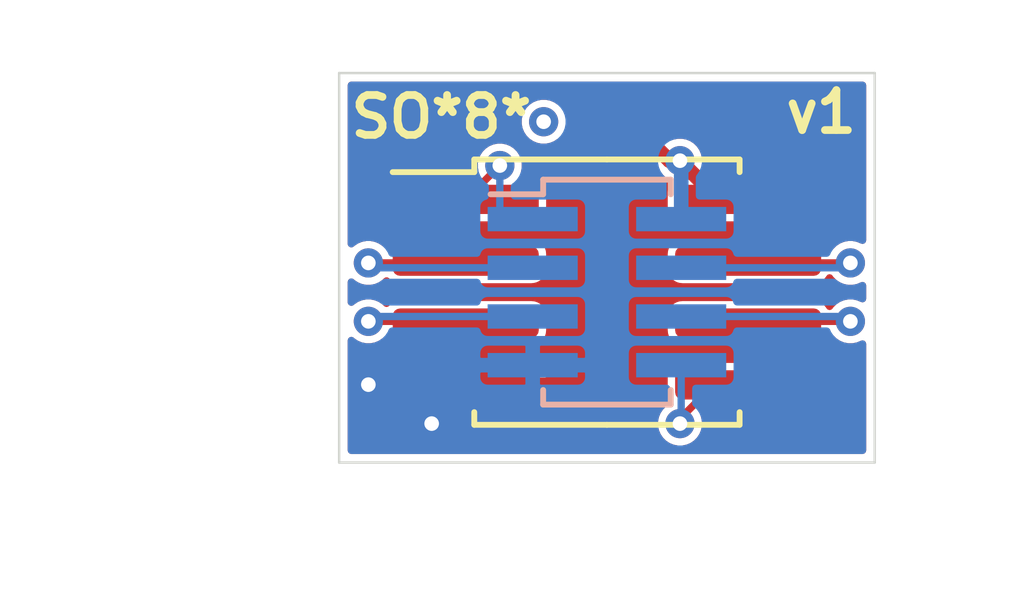
<source format=kicad_pcb>
(kicad_pcb (version 20171130) (host pcbnew 5.1.4)

  (general
    (thickness 1.6)
    (drawings 8)
    (tracks 43)
    (zones 0)
    (modules 3)
    (nets 9)
  )

  (page A4)
  (layers
    (0 F.Cu signal)
    (31 B.Cu signal)
    (32 B.Adhes user)
    (33 F.Adhes user)
    (34 B.Paste user)
    (35 F.Paste user)
    (36 B.SilkS user)
    (37 F.SilkS user)
    (38 B.Mask user)
    (39 F.Mask user)
    (40 Dwgs.User user)
    (41 Cmts.User user)
    (42 Eco1.User user)
    (43 Eco2.User user)
    (44 Edge.Cuts user)
    (45 Margin user)
    (46 B.CrtYd user)
    (47 F.CrtYd user)
    (48 B.Fab user)
    (49 F.Fab user)
  )

  (setup
    (last_trace_width 0.3)
    (user_trace_width 0.3)
    (trace_clearance 0.15)
    (zone_clearance 0.15)
    (zone_45_only no)
    (trace_min 0.15)
    (via_size 0.6)
    (via_drill 0.3)
    (via_min_size 0.6)
    (via_min_drill 0.3)
    (uvia_size 0.3)
    (uvia_drill 0.1)
    (uvias_allowed no)
    (uvia_min_size 0.2)
    (uvia_min_drill 0.1)
    (edge_width 0.05)
    (segment_width 0.2)
    (pcb_text_width 0.3)
    (pcb_text_size 1.5 1.5)
    (mod_edge_width 0.12)
    (mod_text_size 1 1)
    (mod_text_width 0.15)
    (pad_size 1.524 1.524)
    (pad_drill 0.762)
    (pad_to_mask_clearance 0.05)
    (aux_axis_origin 0 0)
    (visible_elements FFFFFF1F)
    (pcbplotparams
      (layerselection 0x010fc_ffffffff)
      (usegerberextensions false)
      (usegerberattributes false)
      (usegerberadvancedattributes false)
      (creategerberjobfile false)
      (excludeedgelayer true)
      (linewidth 0.100000)
      (plotframeref false)
      (viasonmask false)
      (mode 1)
      (useauxorigin false)
      (hpglpennumber 1)
      (hpglpenspeed 20)
      (hpglpendiameter 15.000000)
      (psnegative false)
      (psa4output false)
      (plotreference true)
      (plotvalue true)
      (plotinvisibletext false)
      (padsonsilk false)
      (subtractmaskfromsilk false)
      (outputformat 1)
      (mirror false)
      (drillshape 1)
      (scaleselection 1)
      (outputdirectory ""))
  )

  (net 0 "")
  (net 1 GND)
  (net 2 VCC)
  (net 3 /MOSI)
  (net 4 /SCK)
  (net 5 /~WP)
  (net 6 /~HOLD)
  (net 7 /MISO)
  (net 8 /~CS)

  (net_class Default "This is the default net class."
    (clearance 0.15)
    (trace_width 0.15)
    (via_dia 0.6)
    (via_drill 0.3)
    (uvia_dia 0.3)
    (uvia_drill 0.1)
    (add_net /MISO)
    (add_net /MOSI)
    (add_net /SCK)
    (add_net /~CS)
    (add_net /~HOLD)
    (add_net /~WP)
    (add_net GND)
    (add_net VCC)
  )

  (module Package_SO:SOIC-8_5.23x5.23mm_P1.27mm (layer F.Cu) (tedit 5D87EC17) (tstamp 5D87EC64)
    (at 153 99)
    (descr "SOIC, 8 Pin (http://www.winbond.com/resource-files/w25q32jv%20revg%2003272018%20plus.pdf#page=68), generated with kicad-footprint-generator ipc_gullwing_generator.py")
    (tags "SOIC SO")
    (path /5D87E4E9)
    (attr smd)
    (fp_text reference U1 (at 0 -3.56) (layer F.SilkS) hide
      (effects (font (size 1 1) (thickness 0.15)))
    )
    (fp_text value W25Q32JVSS (at 0 3.56) (layer F.Fab)
      (effects (font (size 1 1) (thickness 0.15)))
    )
    (fp_text user %R (at 0 0) (layer F.Fab)
      (effects (font (size 1 1) (thickness 0.15)))
    )
    (fp_line (start 4.65 -2.86) (end -4.65 -2.86) (layer F.CrtYd) (width 0.05))
    (fp_line (start 4.65 2.86) (end 4.65 -2.86) (layer F.CrtYd) (width 0.05))
    (fp_line (start -4.65 2.86) (end 4.65 2.86) (layer F.CrtYd) (width 0.05))
    (fp_line (start -4.65 -2.86) (end -4.65 2.86) (layer F.CrtYd) (width 0.05))
    (fp_line (start -2.615 -1.615) (end -1.615 -2.615) (layer F.Fab) (width 0.1))
    (fp_line (start -2.615 2.615) (end -2.615 -1.615) (layer F.Fab) (width 0.1))
    (fp_line (start 2.615 2.615) (end -2.615 2.615) (layer F.Fab) (width 0.1))
    (fp_line (start 2.615 -2.615) (end 2.615 2.615) (layer F.Fab) (width 0.1))
    (fp_line (start -1.615 -2.615) (end 2.615 -2.615) (layer F.Fab) (width 0.1))
    (fp_line (start -2.725 -2.465) (end -4.4 -2.465) (layer F.SilkS) (width 0.12))
    (fp_line (start -2.725 -2.725) (end -2.725 -2.465) (layer F.SilkS) (width 0.12))
    (fp_line (start 0 -2.725) (end -2.725 -2.725) (layer F.SilkS) (width 0.12))
    (fp_line (start 2.725 -2.725) (end 2.725 -2.465) (layer F.SilkS) (width 0.12))
    (fp_line (start 0 -2.725) (end 2.725 -2.725) (layer F.SilkS) (width 0.12))
    (fp_line (start -2.725 2.725) (end -2.725 2.465) (layer F.SilkS) (width 0.12))
    (fp_line (start 0 2.725) (end -2.725 2.725) (layer F.SilkS) (width 0.12))
    (fp_line (start 2.725 2.725) (end 2.725 2.465) (layer F.SilkS) (width 0.12))
    (fp_line (start 0 2.725) (end 2.725 2.725) (layer F.SilkS) (width 0.12))
    (pad 8 smd roundrect (at 2.9 -1.905) (size 3 0.6) (layers F.Cu F.Paste F.Mask) (roundrect_rratio 0.25)
      (net 2 VCC))
    (pad 7 smd roundrect (at 2.9 -0.635) (size 3 0.6) (layers F.Cu F.Paste F.Mask) (roundrect_rratio 0.25)
      (net 6 /~HOLD))
    (pad 6 smd roundrect (at 2.9 0.635) (size 3 0.6) (layers F.Cu F.Paste F.Mask) (roundrect_rratio 0.25)
      (net 4 /SCK))
    (pad 5 smd roundrect (at 2.9 1.905) (size 3 0.6) (layers F.Cu F.Paste F.Mask) (roundrect_rratio 0.25)
      (net 3 /MOSI))
    (pad 4 smd roundrect (at -2.9 1.905) (size 3 0.6) (layers F.Cu F.Paste F.Mask) (roundrect_rratio 0.25)
      (net 1 GND))
    (pad 3 smd roundrect (at -2.9 0.635) (size 3 0.6) (layers F.Cu F.Paste F.Mask) (roundrect_rratio 0.25)
      (net 5 /~WP))
    (pad 2 smd roundrect (at -2.9 -0.635) (size 3 0.6) (layers F.Cu F.Paste F.Mask) (roundrect_rratio 0.25)
      (net 7 /MISO))
    (pad 1 smd roundrect (at -2.9 -1.905) (size 3 0.6) (layers F.Cu F.Paste F.Mask) (roundrect_rratio 0.25)
      (net 8 /~CS))
    (model ${KISYS3DMOD}/Package_SO.3dshapes/SOIC-8_5.23x5.23mm_P1.27mm.wrl
      (at (xyz 0 0 0))
      (scale (xyz 1 1 1))
      (rotate (xyz 0 0 0))
    )
  )

  (module Connector_PinSocket_1.00mm:PinSocket_2x04_P1.00mm_Vertical_SMD (layer B.Cu) (tedit 5A19A41C) (tstamp 5D87EC45)
    (at 153 99 180)
    (descr "surface-mounted straight socket strip, 2x04, 1.00mm pitch, double cols (https://gct.co/files/drawings/bc085.pdf), script generated")
    (tags "Surface mounted socket strip SMD 2x04 1.00mm double row")
    (path /5D880D9D)
    (attr smd)
    (fp_text reference J1 (at 0 3.75) (layer B.SilkS) hide
      (effects (font (size 1 1) (thickness 0.15)) (justify mirror))
    )
    (fp_text value Conn_02x04_Odd_Even (at 0 -3.75) (layer B.Fab)
      (effects (font (size 1 1) (thickness 0.15)) (justify mirror))
    )
    (fp_text user %R (at 0 0 270) (layer B.Fab)
      (effects (font (size 1 1) (thickness 0.15)) (justify mirror))
    )
    (fp_line (start -2.95 -2.75) (end -2.95 2.75) (layer B.CrtYd) (width 0.05))
    (fp_line (start 2.95 -2.75) (end -2.95 -2.75) (layer B.CrtYd) (width 0.05))
    (fp_line (start 2.95 2.75) (end 2.95 -2.75) (layer B.CrtYd) (width 0.05))
    (fp_line (start -2.95 2.75) (end 2.95 2.75) (layer B.CrtYd) (width 0.05))
    (fp_line (start 1.95 -1.65) (end 1.25 -1.65) (layer B.Fab) (width 0.1))
    (fp_line (start 1.95 -1.35) (end 1.95 -1.65) (layer B.Fab) (width 0.1))
    (fp_line (start 1.25 -1.35) (end 1.95 -1.35) (layer B.Fab) (width 0.1))
    (fp_line (start -1.95 -1.65) (end -1.95 -1.35) (layer B.Fab) (width 0.1))
    (fp_line (start -1.25 -1.65) (end -1.95 -1.65) (layer B.Fab) (width 0.1))
    (fp_line (start -1.95 -1.35) (end -1.25 -1.35) (layer B.Fab) (width 0.1))
    (fp_line (start 1.95 -0.65) (end 1.25 -0.65) (layer B.Fab) (width 0.1))
    (fp_line (start 1.95 -0.35) (end 1.95 -0.65) (layer B.Fab) (width 0.1))
    (fp_line (start 1.25 -0.35) (end 1.95 -0.35) (layer B.Fab) (width 0.1))
    (fp_line (start -1.95 -0.65) (end -1.95 -0.35) (layer B.Fab) (width 0.1))
    (fp_line (start -1.25 -0.65) (end -1.95 -0.65) (layer B.Fab) (width 0.1))
    (fp_line (start -1.95 -0.35) (end -1.25 -0.35) (layer B.Fab) (width 0.1))
    (fp_line (start 1.95 0.35) (end 1.25 0.35) (layer B.Fab) (width 0.1))
    (fp_line (start 1.95 0.65) (end 1.95 0.35) (layer B.Fab) (width 0.1))
    (fp_line (start 1.25 0.65) (end 1.95 0.65) (layer B.Fab) (width 0.1))
    (fp_line (start -1.95 0.35) (end -1.95 0.65) (layer B.Fab) (width 0.1))
    (fp_line (start -1.25 0.35) (end -1.95 0.35) (layer B.Fab) (width 0.1))
    (fp_line (start -1.95 0.65) (end -1.25 0.65) (layer B.Fab) (width 0.1))
    (fp_line (start 1.95 1.35) (end 1.25 1.35) (layer B.Fab) (width 0.1))
    (fp_line (start 1.95 1.65) (end 1.95 1.35) (layer B.Fab) (width 0.1))
    (fp_line (start 1.25 1.65) (end 1.95 1.65) (layer B.Fab) (width 0.1))
    (fp_line (start -1.95 1.35) (end -1.95 1.65) (layer B.Fab) (width 0.1))
    (fp_line (start -1.25 1.35) (end -1.95 1.35) (layer B.Fab) (width 0.1))
    (fp_line (start -1.95 1.65) (end -1.25 1.65) (layer B.Fab) (width 0.1))
    (fp_line (start -1.25 -2.25) (end -1.25 2.25) (layer B.Fab) (width 0.1))
    (fp_line (start 1.25 -2.25) (end -1.25 -2.25) (layer B.Fab) (width 0.1))
    (fp_line (start 1.25 1.625) (end 1.25 -2.25) (layer B.Fab) (width 0.1))
    (fp_line (start 0.625 2.25) (end 1.25 1.625) (layer B.Fab) (width 0.1))
    (fp_line (start -1.25 2.25) (end 0.625 2.25) (layer B.Fab) (width 0.1))
    (fp_line (start 1.31 2.01) (end 2.39 2.01) (layer B.SilkS) (width 0.12))
    (fp_line (start -1.31 -2.01) (end -1.31 -2.31) (layer B.SilkS) (width 0.12))
    (fp_line (start -1.31 2.31) (end -1.31 2.01) (layer B.SilkS) (width 0.12))
    (fp_line (start -1.31 -2.31) (end 1.31 -2.31) (layer B.SilkS) (width 0.12))
    (fp_line (start 1.31 -2.01) (end 1.31 -2.31) (layer B.SilkS) (width 0.12))
    (fp_line (start 1.31 2.31) (end 1.31 2.01) (layer B.SilkS) (width 0.12))
    (fp_line (start -1.31 2.31) (end 1.31 2.31) (layer B.SilkS) (width 0.12))
    (pad 8 smd rect (at -1.525 -1.5 180) (size 1.85 0.5) (layers B.Cu B.Paste B.Mask)
      (net 3 /MOSI))
    (pad 7 smd rect (at 1.525 -1.5 180) (size 1.85 0.5) (layers B.Cu B.Paste B.Mask)
      (net 1 GND))
    (pad 6 smd rect (at -1.525 -0.5 180) (size 1.85 0.5) (layers B.Cu B.Paste B.Mask)
      (net 4 /SCK))
    (pad 5 smd rect (at 1.525 -0.5 180) (size 1.85 0.5) (layers B.Cu B.Paste B.Mask)
      (net 5 /~WP))
    (pad 4 smd rect (at -1.525 0.5 180) (size 1.85 0.5) (layers B.Cu B.Paste B.Mask)
      (net 6 /~HOLD))
    (pad 3 smd rect (at 1.525 0.5 180) (size 1.85 0.5) (layers B.Cu B.Paste B.Mask)
      (net 7 /MISO))
    (pad 2 smd rect (at -1.525 1.5 180) (size 1.85 0.5) (layers B.Cu B.Paste B.Mask)
      (net 2 VCC))
    (pad 1 smd rect (at 1.525 1.5 180) (size 1.85 0.5) (layers B.Cu B.Paste B.Mask)
      (net 8 /~CS))
    (model ${KISYS3DMOD}/Connector_PinSocket_1.00mm.3dshapes/PinSocket_2x04_P1.00mm_Vertical_SMD.wrl
      (at (xyz 0 0 0))
      (scale (xyz 1 1 1))
      (rotate (xyz 0 0 0))
    )
  )

  (module Capacitor_SMD:C_0402_1005Metric (layer F.Cu) (tedit 5B301BBE) (tstamp 5D87EC10)
    (at 153 95.5 180)
    (descr "Capacitor SMD 0402 (1005 Metric), square (rectangular) end terminal, IPC_7351 nominal, (Body size source: http://www.tortai-tech.com/upload/download/2011102023233369053.pdf), generated with kicad-footprint-generator")
    (tags capacitor)
    (path /5D87F5F6)
    (attr smd)
    (fp_text reference C1 (at 0 -1.17) (layer F.SilkS) hide
      (effects (font (size 1 1) (thickness 0.15)))
    )
    (fp_text value 100n (at 0 1.17) (layer F.Fab)
      (effects (font (size 1 1) (thickness 0.15)))
    )
    (fp_text user %R (at 0 0) (layer F.Fab)
      (effects (font (size 0.25 0.25) (thickness 0.04)))
    )
    (fp_line (start 0.93 0.47) (end -0.93 0.47) (layer F.CrtYd) (width 0.05))
    (fp_line (start 0.93 -0.47) (end 0.93 0.47) (layer F.CrtYd) (width 0.05))
    (fp_line (start -0.93 -0.47) (end 0.93 -0.47) (layer F.CrtYd) (width 0.05))
    (fp_line (start -0.93 0.47) (end -0.93 -0.47) (layer F.CrtYd) (width 0.05))
    (fp_line (start 0.5 0.25) (end -0.5 0.25) (layer F.Fab) (width 0.1))
    (fp_line (start 0.5 -0.25) (end 0.5 0.25) (layer F.Fab) (width 0.1))
    (fp_line (start -0.5 -0.25) (end 0.5 -0.25) (layer F.Fab) (width 0.1))
    (fp_line (start -0.5 0.25) (end -0.5 -0.25) (layer F.Fab) (width 0.1))
    (pad 2 smd roundrect (at 0.485 0 180) (size 0.59 0.64) (layers F.Cu F.Paste F.Mask) (roundrect_rratio 0.25)
      (net 1 GND))
    (pad 1 smd roundrect (at -0.485 0 180) (size 0.59 0.64) (layers F.Cu F.Paste F.Mask) (roundrect_rratio 0.25)
      (net 2 VCC))
    (model ${KISYS3DMOD}/Capacitor_SMD.3dshapes/C_0402_1005Metric.wrl
      (at (xyz 0 0 0))
      (scale (xyz 1 1 1))
      (rotate (xyz 0 0 0))
    )
  )

  (gr_text v1 (at 157.4 95.3) (layer F.SilkS) (tstamp 5D87F17C)
    (effects (font (size 0.82 0.82) (thickness 0.16)))
  )
  (gr_text SO*8* (at 149.6 95.4) (layer F.SilkS)
    (effects (font (size 0.82 0.82) (thickness 0.16)))
  )
  (dimension 8 (width 0.15) (layer Cmts.User)
    (gr_text "8.000 mm" (at 144.2 98.5 90) (layer Cmts.User)
      (effects (font (size 1 1) (thickness 0.15)))
    )
    (feature1 (pts (xy 147.5 94.5) (xy 144.913579 94.5)))
    (feature2 (pts (xy 147.5 102.5) (xy 144.913579 102.5)))
    (crossbar (pts (xy 145.5 102.5) (xy 145.5 94.5)))
    (arrow1a (pts (xy 145.5 94.5) (xy 146.086421 95.626504)))
    (arrow1b (pts (xy 145.5 94.5) (xy 144.913579 95.626504)))
    (arrow2a (pts (xy 145.5 102.5) (xy 146.086421 101.373496)))
    (arrow2b (pts (xy 145.5 102.5) (xy 144.913579 101.373496)))
  )
  (dimension 11 (width 0.15) (layer Cmts.User)
    (gr_text "11.000 mm" (at 153 105.8) (layer Cmts.User)
      (effects (font (size 1 1) (thickness 0.15)))
    )
    (feature1 (pts (xy 158.5 102.5) (xy 158.5 105.086421)))
    (feature2 (pts (xy 147.5 102.5) (xy 147.5 105.086421)))
    (crossbar (pts (xy 147.5 104.5) (xy 158.5 104.5)))
    (arrow1a (pts (xy 158.5 104.5) (xy 157.373496 105.086421)))
    (arrow1b (pts (xy 158.5 104.5) (xy 157.373496 103.913579)))
    (arrow2a (pts (xy 147.5 104.5) (xy 148.626504 105.086421)))
    (arrow2b (pts (xy 147.5 104.5) (xy 148.626504 103.913579)))
  )
  (gr_line (start 147.5 94.5) (end 158.5 94.5) (layer Edge.Cuts) (width 0.05) (tstamp 5D87EE92))
  (gr_line (start 147.5 102.5) (end 147.5 94.5) (layer Edge.Cuts) (width 0.05))
  (gr_line (start 158.5 102.5) (end 147.5 102.5) (layer Edge.Cuts) (width 0.05))
  (gr_line (start 158.5 94.5) (end 158.5 102.5) (layer Edge.Cuts) (width 0.05))

  (via (at 151.7 95.5) (size 0.6) (drill 0.3) (layers F.Cu B.Cu) (net 0))
  (via (at 148.1 100.9) (size 0.6) (drill 0.3) (layers F.Cu B.Cu) (net 1))
  (via (at 149.4 101.7) (size 0.6) (drill 0.3) (layers F.Cu B.Cu) (net 1))
  (segment (start 154.525 97.5) (end 154.525 96.325) (width 0.3) (layer B.Cu) (net 2))
  (segment (start 153.485 95.5) (end 154.285 96.3) (width 0.3) (layer F.Cu) (net 2))
  (segment (start 154.525 96.325) (end 154.5 96.3) (width 0.3) (layer B.Cu) (net 2))
  (segment (start 154.285 96.3) (end 154.5 96.3) (width 0.3) (layer F.Cu) (net 2))
  (via (at 154.5 96.3) (size 0.6) (drill 0.3) (layers F.Cu B.Cu) (net 2))
  (segment (start 155.295 97.095) (end 154.5 96.3) (width 0.3) (layer F.Cu) (net 2))
  (segment (start 155.9 97.095) (end 155.295 97.095) (width 0.3) (layer F.Cu) (net 2))
  (segment (start 156.6 100.905) (end 155.595 100.905) (width 0.15) (layer F.Cu) (net 3))
  (segment (start 154.525 101.675) (end 154.5 101.7) (width 0.15) (layer B.Cu) (net 3))
  (segment (start 154.525 100.5) (end 154.525 101.675) (width 0.15) (layer B.Cu) (net 3))
  (via (at 154.5 101.7) (size 0.6) (drill 0.3) (layers F.Cu B.Cu) (net 3))
  (segment (start 154.5 101.6) (end 154.5 101.7) (width 0.15) (layer F.Cu) (net 3))
  (segment (start 155.9 100.905) (end 155.195 100.905) (width 0.15) (layer F.Cu) (net 3))
  (segment (start 155.195 100.905) (end 154.5 101.6) (width 0.15) (layer F.Cu) (net 3))
  (via (at 158 99.6) (size 0.6) (drill 0.3) (layers F.Cu B.Cu) (net 4))
  (segment (start 154.525 99.5) (end 157.9 99.5) (width 0.15) (layer B.Cu) (net 4))
  (segment (start 157.9 99.5) (end 158 99.6) (width 0.15) (layer B.Cu) (net 4))
  (segment (start 156.635 99.6) (end 156.6 99.635) (width 0.15) (layer F.Cu) (net 4))
  (segment (start 158 99.6) (end 156.635 99.6) (width 0.15) (layer F.Cu) (net 4))
  (via (at 148.1 99.6) (size 0.6) (drill 0.3) (layers F.Cu B.Cu) (net 5))
  (segment (start 151.475 99.5) (end 148.2 99.5) (width 0.15) (layer B.Cu) (net 5))
  (segment (start 148.2 99.5) (end 148.1 99.6) (width 0.15) (layer B.Cu) (net 5))
  (segment (start 149.365 99.6) (end 149.4 99.635) (width 0.15) (layer F.Cu) (net 5))
  (segment (start 148.1 99.6) (end 149.365 99.6) (width 0.15) (layer F.Cu) (net 5))
  (via (at 158 98.4) (size 0.6) (drill 0.3) (layers F.Cu B.Cu) (net 6))
  (segment (start 154.525 98.5) (end 157.9 98.5) (width 0.15) (layer B.Cu) (net 6))
  (segment (start 157.9 98.5) (end 158 98.4) (width 0.15) (layer B.Cu) (net 6))
  (segment (start 156.635 98.4) (end 156.6 98.365) (width 0.15) (layer F.Cu) (net 6))
  (segment (start 158 98.4) (end 156.635 98.4) (width 0.15) (layer F.Cu) (net 6))
  (via (at 148.1 98.4) (size 0.6) (drill 0.3) (layers F.Cu B.Cu) (net 7))
  (segment (start 151.475 98.5) (end 148.2 98.5) (width 0.15) (layer B.Cu) (net 7))
  (segment (start 148.2 98.5) (end 148.1 98.4) (width 0.15) (layer B.Cu) (net 7))
  (segment (start 149.365 98.4) (end 149.4 98.365) (width 0.15) (layer F.Cu) (net 7))
  (segment (start 148.1 98.4) (end 149.365 98.4) (width 0.15) (layer F.Cu) (net 7))
  (segment (start 149.4 97.095) (end 150.105 97.095) (width 0.15) (layer F.Cu) (net 8))
  (segment (start 151.475 97.5) (end 150.8 97.5) (width 0.15) (layer B.Cu) (net 8))
  (segment (start 150.8 97.5) (end 150.8 96.4) (width 0.15) (layer B.Cu) (net 8))
  (via (at 150.8 96.4) (size 0.6) (drill 0.3) (layers F.Cu B.Cu) (net 8))
  (segment (start 150.105 97.095) (end 150.8 96.4) (width 0.15) (layer F.Cu) (net 8))
  (segment (start 149.9 97.095) (end 150.105 97.095) (width 0.15) (layer F.Cu) (net 8))

  (zone (net 1) (net_name GND) (layer F.Cu) (tstamp 0) (hatch edge 0.508)
    (connect_pads (clearance 0.15))
    (min_thickness 0.15)
    (fill yes (arc_segments 32) (thermal_gap 0.15) (thermal_bridge_width 0.3))
    (polygon
      (pts
        (xy 159 103) (xy 159 94) (xy 147 94) (xy 147 103)
      )
    )
    (filled_polygon
      (pts
        (xy 158.25 97.935633) (xy 158.248681 97.934751) (xy 158.153137 97.895176) (xy 158.051708 97.875) (xy 157.948292 97.875)
        (xy 157.846863 97.895176) (xy 157.751319 97.934751) (xy 157.665332 97.992206) (xy 157.593629 98.063909) (xy 157.562706 98.006057)
        (xy 157.515934 97.949066) (xy 157.458943 97.902294) (xy 157.393923 97.86754) (xy 157.323371 97.846138) (xy 157.25 97.838912)
        (xy 154.55 97.838912) (xy 154.476629 97.846138) (xy 154.406077 97.86754) (xy 154.341057 97.902294) (xy 154.284066 97.949066)
        (xy 154.237294 98.006057) (xy 154.20254 98.071077) (xy 154.181138 98.141629) (xy 154.173912 98.215) (xy 154.173912 98.515)
        (xy 154.181138 98.588371) (xy 154.20254 98.658923) (xy 154.237294 98.723943) (xy 154.284066 98.780934) (xy 154.341057 98.827706)
        (xy 154.406077 98.86246) (xy 154.476629 98.883862) (xy 154.55 98.891088) (xy 157.25 98.891088) (xy 157.323371 98.883862)
        (xy 157.393923 98.86246) (xy 157.458943 98.827706) (xy 157.515934 98.780934) (xy 157.562706 98.723943) (xy 157.572632 98.705373)
        (xy 157.592206 98.734668) (xy 157.665332 98.807794) (xy 157.751319 98.865249) (xy 157.846863 98.904824) (xy 157.948292 98.925)
        (xy 158.051708 98.925) (xy 158.153137 98.904824) (xy 158.248681 98.865249) (xy 158.250001 98.864367) (xy 158.250001 99.135633)
        (xy 158.248681 99.134751) (xy 158.153137 99.095176) (xy 158.051708 99.075) (xy 157.948292 99.075) (xy 157.846863 99.095176)
        (xy 157.751319 99.134751) (xy 157.665332 99.192206) (xy 157.592206 99.265332) (xy 157.572632 99.294627) (xy 157.562706 99.276057)
        (xy 157.515934 99.219066) (xy 157.458943 99.172294) (xy 157.393923 99.13754) (xy 157.323371 99.116138) (xy 157.25 99.108912)
        (xy 154.55 99.108912) (xy 154.476629 99.116138) (xy 154.406077 99.13754) (xy 154.341057 99.172294) (xy 154.284066 99.219066)
        (xy 154.237294 99.276057) (xy 154.20254 99.341077) (xy 154.181138 99.411629) (xy 154.173912 99.485) (xy 154.173912 99.785)
        (xy 154.181138 99.858371) (xy 154.20254 99.928923) (xy 154.237294 99.993943) (xy 154.284066 100.050934) (xy 154.341057 100.097706)
        (xy 154.406077 100.13246) (xy 154.476629 100.153862) (xy 154.55 100.161088) (xy 157.25 100.161088) (xy 157.323371 100.153862)
        (xy 157.393923 100.13246) (xy 157.458943 100.097706) (xy 157.515934 100.050934) (xy 157.562706 99.993943) (xy 157.593629 99.936091)
        (xy 157.665332 100.007794) (xy 157.751319 100.065249) (xy 157.846863 100.104824) (xy 157.948292 100.125) (xy 158.051708 100.125)
        (xy 158.153137 100.104824) (xy 158.248681 100.065249) (xy 158.250001 100.064367) (xy 158.250001 102.25) (xy 147.75 102.25)
        (xy 147.75 101.648292) (xy 153.975 101.648292) (xy 153.975 101.751708) (xy 153.995176 101.853137) (xy 154.034751 101.948681)
        (xy 154.092206 102.034668) (xy 154.165332 102.107794) (xy 154.251319 102.165249) (xy 154.346863 102.204824) (xy 154.448292 102.225)
        (xy 154.551708 102.225) (xy 154.653137 102.204824) (xy 154.748681 102.165249) (xy 154.834668 102.107794) (xy 154.907794 102.034668)
        (xy 154.965249 101.948681) (xy 155.004824 101.853137) (xy 155.025 101.751708) (xy 155.025 101.648292) (xy 155.004824 101.546863)
        (xy 154.996792 101.527472) (xy 155.093176 101.431088) (xy 157.25 101.431088) (xy 157.323371 101.423862) (xy 157.393923 101.40246)
        (xy 157.458943 101.367706) (xy 157.515934 101.320934) (xy 157.562706 101.263943) (xy 157.59746 101.198923) (xy 157.618862 101.128371)
        (xy 157.626088 101.055) (xy 157.626088 100.755) (xy 157.618862 100.681629) (xy 157.59746 100.611077) (xy 157.562706 100.546057)
        (xy 157.515934 100.489066) (xy 157.458943 100.442294) (xy 157.393923 100.40754) (xy 157.323371 100.386138) (xy 157.25 100.378912)
        (xy 154.55 100.378912) (xy 154.476629 100.386138) (xy 154.406077 100.40754) (xy 154.341057 100.442294) (xy 154.284066 100.489066)
        (xy 154.237294 100.546057) (xy 154.20254 100.611077) (xy 154.181138 100.681629) (xy 154.173912 100.755) (xy 154.173912 101.055)
        (xy 154.181138 101.128371) (xy 154.20254 101.198923) (xy 154.229488 101.249338) (xy 154.165332 101.292206) (xy 154.092206 101.365332)
        (xy 154.034751 101.451319) (xy 153.995176 101.546863) (xy 153.975 101.648292) (xy 147.75 101.648292) (xy 147.75 101.205)
        (xy 148.373911 101.205) (xy 148.378255 101.249108) (xy 148.391121 101.291521) (xy 148.412014 101.330608) (xy 148.440131 101.364869)
        (xy 148.474392 101.392986) (xy 148.513479 101.413879) (xy 148.555892 101.426745) (xy 148.6 101.431089) (xy 149.96875 101.43)
        (xy 150.025 101.37375) (xy 150.025 100.98) (xy 150.175 100.98) (xy 150.175 101.37375) (xy 150.23125 101.43)
        (xy 151.6 101.431089) (xy 151.644108 101.426745) (xy 151.686521 101.413879) (xy 151.725608 101.392986) (xy 151.759869 101.364869)
        (xy 151.787986 101.330608) (xy 151.808879 101.291521) (xy 151.821745 101.249108) (xy 151.826089 101.205) (xy 151.825 101.03625)
        (xy 151.76875 100.98) (xy 150.175 100.98) (xy 150.025 100.98) (xy 148.43125 100.98) (xy 148.375 101.03625)
        (xy 148.373911 101.205) (xy 147.75 101.205) (xy 147.75 100.605) (xy 148.373911 100.605) (xy 148.375 100.77375)
        (xy 148.43125 100.83) (xy 150.025 100.83) (xy 150.025 100.43625) (xy 150.175 100.43625) (xy 150.175 100.83)
        (xy 151.76875 100.83) (xy 151.825 100.77375) (xy 151.826089 100.605) (xy 151.821745 100.560892) (xy 151.808879 100.518479)
        (xy 151.787986 100.479392) (xy 151.759869 100.445131) (xy 151.725608 100.417014) (xy 151.686521 100.396121) (xy 151.644108 100.383255)
        (xy 151.6 100.378911) (xy 150.23125 100.38) (xy 150.175 100.43625) (xy 150.025 100.43625) (xy 149.96875 100.38)
        (xy 148.6 100.378911) (xy 148.555892 100.383255) (xy 148.513479 100.396121) (xy 148.474392 100.417014) (xy 148.440131 100.445131)
        (xy 148.412014 100.479392) (xy 148.391121 100.518479) (xy 148.378255 100.560892) (xy 148.373911 100.605) (xy 147.75 100.605)
        (xy 147.75 99.992462) (xy 147.765332 100.007794) (xy 147.851319 100.065249) (xy 147.946863 100.104824) (xy 148.048292 100.125)
        (xy 148.151708 100.125) (xy 148.253137 100.104824) (xy 148.348681 100.065249) (xy 148.434668 100.007794) (xy 148.442354 100.000108)
        (xy 148.484066 100.050934) (xy 148.541057 100.097706) (xy 148.606077 100.13246) (xy 148.676629 100.153862) (xy 148.75 100.161088)
        (xy 151.45 100.161088) (xy 151.523371 100.153862) (xy 151.593923 100.13246) (xy 151.658943 100.097706) (xy 151.715934 100.050934)
        (xy 151.762706 99.993943) (xy 151.79746 99.928923) (xy 151.818862 99.858371) (xy 151.826088 99.785) (xy 151.826088 99.485)
        (xy 151.818862 99.411629) (xy 151.79746 99.341077) (xy 151.762706 99.276057) (xy 151.715934 99.219066) (xy 151.658943 99.172294)
        (xy 151.593923 99.13754) (xy 151.523371 99.116138) (xy 151.45 99.108912) (xy 148.75 99.108912) (xy 148.676629 99.116138)
        (xy 148.606077 99.13754) (xy 148.541057 99.172294) (xy 148.484066 99.219066) (xy 148.473907 99.231445) (xy 148.434668 99.192206)
        (xy 148.348681 99.134751) (xy 148.253137 99.095176) (xy 148.151708 99.075) (xy 148.048292 99.075) (xy 147.946863 99.095176)
        (xy 147.851319 99.134751) (xy 147.765332 99.192206) (xy 147.75 99.207538) (xy 147.75 98.792462) (xy 147.765332 98.807794)
        (xy 147.851319 98.865249) (xy 147.946863 98.904824) (xy 148.048292 98.925) (xy 148.151708 98.925) (xy 148.253137 98.904824)
        (xy 148.348681 98.865249) (xy 148.434668 98.807794) (xy 148.473907 98.768555) (xy 148.484066 98.780934) (xy 148.541057 98.827706)
        (xy 148.606077 98.86246) (xy 148.676629 98.883862) (xy 148.75 98.891088) (xy 151.45 98.891088) (xy 151.523371 98.883862)
        (xy 151.593923 98.86246) (xy 151.658943 98.827706) (xy 151.715934 98.780934) (xy 151.762706 98.723943) (xy 151.79746 98.658923)
        (xy 151.818862 98.588371) (xy 151.826088 98.515) (xy 151.826088 98.215) (xy 151.818862 98.141629) (xy 151.79746 98.071077)
        (xy 151.762706 98.006057) (xy 151.715934 97.949066) (xy 151.658943 97.902294) (xy 151.593923 97.86754) (xy 151.523371 97.846138)
        (xy 151.45 97.838912) (xy 148.75 97.838912) (xy 148.676629 97.846138) (xy 148.606077 97.86754) (xy 148.541057 97.902294)
        (xy 148.484066 97.949066) (xy 148.442354 97.999892) (xy 148.434668 97.992206) (xy 148.348681 97.934751) (xy 148.253137 97.895176)
        (xy 148.151708 97.875) (xy 148.048292 97.875) (xy 147.946863 97.895176) (xy 147.851319 97.934751) (xy 147.765332 97.992206)
        (xy 147.75 98.007538) (xy 147.75 96.945) (xy 148.373912 96.945) (xy 148.373912 97.245) (xy 148.381138 97.318371)
        (xy 148.40254 97.388923) (xy 148.437294 97.453943) (xy 148.484066 97.510934) (xy 148.541057 97.557706) (xy 148.606077 97.59246)
        (xy 148.676629 97.613862) (xy 148.75 97.621088) (xy 151.45 97.621088) (xy 151.523371 97.613862) (xy 151.593923 97.59246)
        (xy 151.658943 97.557706) (xy 151.715934 97.510934) (xy 151.762706 97.453943) (xy 151.79746 97.388923) (xy 151.818862 97.318371)
        (xy 151.826088 97.245) (xy 151.826088 96.945) (xy 151.818862 96.871629) (xy 151.79746 96.801077) (xy 151.762706 96.736057)
        (xy 151.715934 96.679066) (xy 151.658943 96.632294) (xy 151.593923 96.59754) (xy 151.523371 96.576138) (xy 151.45 96.568912)
        (xy 151.29829 96.568912) (xy 151.304824 96.553137) (xy 151.325 96.451708) (xy 151.325 96.348292) (xy 151.304824 96.246863)
        (xy 151.265249 96.151319) (xy 151.207794 96.065332) (xy 151.134668 95.992206) (xy 151.048681 95.934751) (xy 150.953137 95.895176)
        (xy 150.851708 95.875) (xy 150.748292 95.875) (xy 150.646863 95.895176) (xy 150.551319 95.934751) (xy 150.465332 95.992206)
        (xy 150.392206 96.065332) (xy 150.334751 96.151319) (xy 150.295176 96.246863) (xy 150.275 96.348292) (xy 150.275 96.451708)
        (xy 150.283135 96.492602) (xy 150.206825 96.568912) (xy 148.75 96.568912) (xy 148.676629 96.576138) (xy 148.606077 96.59754)
        (xy 148.541057 96.632294) (xy 148.484066 96.679066) (xy 148.437294 96.736057) (xy 148.40254 96.801077) (xy 148.381138 96.871629)
        (xy 148.373912 96.945) (xy 147.75 96.945) (xy 147.75 95.448292) (xy 151.175 95.448292) (xy 151.175 95.551708)
        (xy 151.195176 95.653137) (xy 151.234751 95.748681) (xy 151.292206 95.834668) (xy 151.365332 95.907794) (xy 151.451319 95.965249)
        (xy 151.546863 96.004824) (xy 151.648292 96.025) (xy 151.751708 96.025) (xy 151.853137 96.004824) (xy 151.948681 95.965249)
        (xy 152.017819 95.919052) (xy 152.032014 95.945608) (xy 152.060131 95.979869) (xy 152.094392 96.007986) (xy 152.133479 96.028879)
        (xy 152.175892 96.041745) (xy 152.22 96.046089) (xy 152.38375 96.045) (xy 152.44 95.98875) (xy 152.44 95.575)
        (xy 152.42 95.575) (xy 152.42 95.425) (xy 152.44 95.425) (xy 152.44 95.01125) (xy 152.59 95.01125)
        (xy 152.59 95.425) (xy 152.61 95.425) (xy 152.61 95.575) (xy 152.59 95.575) (xy 152.59 95.98875)
        (xy 152.64625 96.045) (xy 152.81 96.046089) (xy 152.854108 96.041745) (xy 152.896521 96.028879) (xy 152.935608 96.007986)
        (xy 152.969869 95.979869) (xy 152.997986 95.945608) (xy 153.018879 95.906521) (xy 153.026898 95.880085) (xy 153.073333 95.936667)
        (xy 153.129946 95.983127) (xy 153.194534 96.01765) (xy 153.264617 96.03891) (xy 153.3375 96.046088) (xy 153.500759 96.046088)
        (xy 154.006809 96.552139) (xy 154.018552 96.566448) (xy 154.075653 96.613309) (xy 154.079202 96.615206) (xy 154.092206 96.634668)
        (xy 154.165332 96.707794) (xy 154.229488 96.750662) (xy 154.20254 96.801077) (xy 154.181138 96.871629) (xy 154.173912 96.945)
        (xy 154.173912 97.245) (xy 154.181138 97.318371) (xy 154.20254 97.388923) (xy 154.237294 97.453943) (xy 154.284066 97.510934)
        (xy 154.341057 97.557706) (xy 154.406077 97.59246) (xy 154.476629 97.613862) (xy 154.55 97.621088) (xy 157.25 97.621088)
        (xy 157.323371 97.613862) (xy 157.393923 97.59246) (xy 157.458943 97.557706) (xy 157.515934 97.510934) (xy 157.562706 97.453943)
        (xy 157.59746 97.388923) (xy 157.618862 97.318371) (xy 157.626088 97.245) (xy 157.626088 96.945) (xy 157.618862 96.871629)
        (xy 157.59746 96.801077) (xy 157.562706 96.736057) (xy 157.515934 96.679066) (xy 157.458943 96.632294) (xy 157.393923 96.59754)
        (xy 157.323371 96.576138) (xy 157.25 96.568912) (xy 155.299242 96.568912) (xy 155.025 96.294671) (xy 155.025 96.248292)
        (xy 155.004824 96.146863) (xy 154.965249 96.051319) (xy 154.907794 95.965332) (xy 154.834668 95.892206) (xy 154.748681 95.834751)
        (xy 154.653137 95.795176) (xy 154.551708 95.775) (xy 154.448292 95.775) (xy 154.346863 95.795176) (xy 154.321154 95.805825)
        (xy 154.006088 95.490759) (xy 154.006088 95.3275) (xy 153.99891 95.254617) (xy 153.97765 95.184534) (xy 153.943127 95.119946)
        (xy 153.896667 95.063333) (xy 153.840054 95.016873) (xy 153.775466 94.98235) (xy 153.705383 94.96109) (xy 153.6325 94.953912)
        (xy 153.3375 94.953912) (xy 153.264617 94.96109) (xy 153.194534 94.98235) (xy 153.129946 95.016873) (xy 153.073333 95.063333)
        (xy 153.026898 95.119915) (xy 153.018879 95.093479) (xy 152.997986 95.054392) (xy 152.969869 95.020131) (xy 152.935608 94.992014)
        (xy 152.896521 94.971121) (xy 152.854108 94.958255) (xy 152.81 94.953911) (xy 152.64625 94.955) (xy 152.59 95.01125)
        (xy 152.44 95.01125) (xy 152.38375 94.955) (xy 152.22 94.953911) (xy 152.175892 94.958255) (xy 152.133479 94.971121)
        (xy 152.094392 94.992014) (xy 152.060131 95.020131) (xy 152.032014 95.054392) (xy 152.017819 95.080948) (xy 151.948681 95.034751)
        (xy 151.853137 94.995176) (xy 151.751708 94.975) (xy 151.648292 94.975) (xy 151.546863 94.995176) (xy 151.451319 95.034751)
        (xy 151.365332 95.092206) (xy 151.292206 95.165332) (xy 151.234751 95.251319) (xy 151.195176 95.346863) (xy 151.175 95.448292)
        (xy 147.75 95.448292) (xy 147.75 94.75) (xy 158.25 94.75)
      )
    )
  )
  (zone (net 1) (net_name GND) (layer B.Cu) (tstamp 0) (hatch edge 0.508)
    (connect_pads (clearance 0.15))
    (min_thickness 0.15)
    (fill yes (arc_segments 32) (thermal_gap 0.15) (thermal_bridge_width 0.3))
    (polygon
      (pts
        (xy 146 104) (xy 160 104) (xy 160 93) (xy 146 93)
      )
    )
    (filled_polygon
      (pts
        (xy 158.25 97.935633) (xy 158.248681 97.934751) (xy 158.153137 97.895176) (xy 158.051708 97.875) (xy 157.948292 97.875)
        (xy 157.846863 97.895176) (xy 157.751319 97.934751) (xy 157.665332 97.992206) (xy 157.592206 98.065332) (xy 157.534751 98.151319)
        (xy 157.514587 98.2) (xy 155.669957 98.2) (xy 155.658878 98.16348) (xy 155.637985 98.124392) (xy 155.609868 98.090132)
        (xy 155.575608 98.062015) (xy 155.53652 98.041122) (xy 155.494108 98.028256) (xy 155.45 98.023912) (xy 153.6 98.023912)
        (xy 153.555892 98.028256) (xy 153.51348 98.041122) (xy 153.474392 98.062015) (xy 153.440132 98.090132) (xy 153.412015 98.124392)
        (xy 153.391122 98.16348) (xy 153.378256 98.205892) (xy 153.373912 98.25) (xy 153.373912 98.75) (xy 153.378256 98.794108)
        (xy 153.391122 98.83652) (xy 153.412015 98.875608) (xy 153.440132 98.909868) (xy 153.474392 98.937985) (xy 153.51348 98.958878)
        (xy 153.555892 98.971744) (xy 153.6 98.976088) (xy 155.45 98.976088) (xy 155.494108 98.971744) (xy 155.53652 98.958878)
        (xy 155.575608 98.937985) (xy 155.609868 98.909868) (xy 155.637985 98.875608) (xy 155.658878 98.83652) (xy 155.669957 98.8)
        (xy 157.657538 98.8) (xy 157.665332 98.807794) (xy 157.751319 98.865249) (xy 157.846863 98.904824) (xy 157.948292 98.925)
        (xy 158.051708 98.925) (xy 158.153137 98.904824) (xy 158.248681 98.865249) (xy 158.250001 98.864367) (xy 158.250001 99.135633)
        (xy 158.248681 99.134751) (xy 158.153137 99.095176) (xy 158.051708 99.075) (xy 157.948292 99.075) (xy 157.846863 99.095176)
        (xy 157.751319 99.134751) (xy 157.665332 99.192206) (xy 157.657538 99.2) (xy 155.669957 99.2) (xy 155.658878 99.16348)
        (xy 155.637985 99.124392) (xy 155.609868 99.090132) (xy 155.575608 99.062015) (xy 155.53652 99.041122) (xy 155.494108 99.028256)
        (xy 155.45 99.023912) (xy 153.6 99.023912) (xy 153.555892 99.028256) (xy 153.51348 99.041122) (xy 153.474392 99.062015)
        (xy 153.440132 99.090132) (xy 153.412015 99.124392) (xy 153.391122 99.16348) (xy 153.378256 99.205892) (xy 153.373912 99.25)
        (xy 153.373912 99.75) (xy 153.378256 99.794108) (xy 153.391122 99.83652) (xy 153.412015 99.875608) (xy 153.440132 99.909868)
        (xy 153.474392 99.937985) (xy 153.51348 99.958878) (xy 153.555892 99.971744) (xy 153.6 99.976088) (xy 155.45 99.976088)
        (xy 155.494108 99.971744) (xy 155.53652 99.958878) (xy 155.575608 99.937985) (xy 155.609868 99.909868) (xy 155.637985 99.875608)
        (xy 155.658878 99.83652) (xy 155.669957 99.8) (xy 157.514587 99.8) (xy 157.534751 99.848681) (xy 157.592206 99.934668)
        (xy 157.665332 100.007794) (xy 157.751319 100.065249) (xy 157.846863 100.104824) (xy 157.948292 100.125) (xy 158.051708 100.125)
        (xy 158.153137 100.104824) (xy 158.248681 100.065249) (xy 158.250001 100.064367) (xy 158.250001 102.25) (xy 147.75 102.25)
        (xy 147.75 100.75) (xy 150.323911 100.75) (xy 150.328255 100.794108) (xy 150.341121 100.836521) (xy 150.362014 100.875608)
        (xy 150.390131 100.909869) (xy 150.424392 100.937986) (xy 150.463479 100.958879) (xy 150.505892 100.971745) (xy 150.55 100.976089)
        (xy 151.34375 100.975) (xy 151.4 100.91875) (xy 151.4 100.575) (xy 151.55 100.575) (xy 151.55 100.91875)
        (xy 151.60625 100.975) (xy 152.4 100.976089) (xy 152.444108 100.971745) (xy 152.486521 100.958879) (xy 152.525608 100.937986)
        (xy 152.559869 100.909869) (xy 152.587986 100.875608) (xy 152.608879 100.836521) (xy 152.621745 100.794108) (xy 152.626089 100.75)
        (xy 152.625 100.63125) (xy 152.56875 100.575) (xy 151.55 100.575) (xy 151.4 100.575) (xy 150.38125 100.575)
        (xy 150.325 100.63125) (xy 150.323911 100.75) (xy 147.75 100.75) (xy 147.75 100.25) (xy 150.323911 100.25)
        (xy 150.325 100.36875) (xy 150.38125 100.425) (xy 151.4 100.425) (xy 151.4 100.08125) (xy 151.55 100.08125)
        (xy 151.55 100.425) (xy 152.56875 100.425) (xy 152.625 100.36875) (xy 152.626089 100.25) (xy 153.373912 100.25)
        (xy 153.373912 100.75) (xy 153.378256 100.794108) (xy 153.391122 100.83652) (xy 153.412015 100.875608) (xy 153.440132 100.909868)
        (xy 153.474392 100.937985) (xy 153.51348 100.958878) (xy 153.555892 100.971744) (xy 153.6 100.976088) (xy 154.225 100.976088)
        (xy 154.225001 101.252336) (xy 154.165332 101.292206) (xy 154.092206 101.365332) (xy 154.034751 101.451319) (xy 153.995176 101.546863)
        (xy 153.975 101.648292) (xy 153.975 101.751708) (xy 153.995176 101.853137) (xy 154.034751 101.948681) (xy 154.092206 102.034668)
        (xy 154.165332 102.107794) (xy 154.251319 102.165249) (xy 154.346863 102.204824) (xy 154.448292 102.225) (xy 154.551708 102.225)
        (xy 154.653137 102.204824) (xy 154.748681 102.165249) (xy 154.834668 102.107794) (xy 154.907794 102.034668) (xy 154.965249 101.948681)
        (xy 155.004824 101.853137) (xy 155.025 101.751708) (xy 155.025 101.648292) (xy 155.004824 101.546863) (xy 154.965249 101.451319)
        (xy 154.907794 101.365332) (xy 154.834668 101.292206) (xy 154.825 101.285746) (xy 154.825 100.976088) (xy 155.45 100.976088)
        (xy 155.494108 100.971744) (xy 155.53652 100.958878) (xy 155.575608 100.937985) (xy 155.609868 100.909868) (xy 155.637985 100.875608)
        (xy 155.658878 100.83652) (xy 155.671744 100.794108) (xy 155.676088 100.75) (xy 155.676088 100.25) (xy 155.671744 100.205892)
        (xy 155.658878 100.16348) (xy 155.637985 100.124392) (xy 155.609868 100.090132) (xy 155.575608 100.062015) (xy 155.53652 100.041122)
        (xy 155.494108 100.028256) (xy 155.45 100.023912) (xy 153.6 100.023912) (xy 153.555892 100.028256) (xy 153.51348 100.041122)
        (xy 153.474392 100.062015) (xy 153.440132 100.090132) (xy 153.412015 100.124392) (xy 153.391122 100.16348) (xy 153.378256 100.205892)
        (xy 153.373912 100.25) (xy 152.626089 100.25) (xy 152.621745 100.205892) (xy 152.608879 100.163479) (xy 152.587986 100.124392)
        (xy 152.559869 100.090131) (xy 152.525608 100.062014) (xy 152.486521 100.041121) (xy 152.444108 100.028255) (xy 152.4 100.023911)
        (xy 151.60625 100.025) (xy 151.55 100.08125) (xy 151.4 100.08125) (xy 151.34375 100.025) (xy 150.55 100.023911)
        (xy 150.505892 100.028255) (xy 150.463479 100.041121) (xy 150.424392 100.062014) (xy 150.390131 100.090131) (xy 150.362014 100.124392)
        (xy 150.341121 100.163479) (xy 150.328255 100.205892) (xy 150.323911 100.25) (xy 147.75 100.25) (xy 147.75 99.992462)
        (xy 147.765332 100.007794) (xy 147.851319 100.065249) (xy 147.946863 100.104824) (xy 148.048292 100.125) (xy 148.151708 100.125)
        (xy 148.253137 100.104824) (xy 148.348681 100.065249) (xy 148.434668 100.007794) (xy 148.507794 99.934668) (xy 148.565249 99.848681)
        (xy 148.585413 99.8) (xy 150.330043 99.8) (xy 150.341122 99.83652) (xy 150.362015 99.875608) (xy 150.390132 99.909868)
        (xy 150.424392 99.937985) (xy 150.46348 99.958878) (xy 150.505892 99.971744) (xy 150.55 99.976088) (xy 152.4 99.976088)
        (xy 152.444108 99.971744) (xy 152.48652 99.958878) (xy 152.525608 99.937985) (xy 152.559868 99.909868) (xy 152.587985 99.875608)
        (xy 152.608878 99.83652) (xy 152.621744 99.794108) (xy 152.626088 99.75) (xy 152.626088 99.25) (xy 152.621744 99.205892)
        (xy 152.608878 99.16348) (xy 152.587985 99.124392) (xy 152.559868 99.090132) (xy 152.525608 99.062015) (xy 152.48652 99.041122)
        (xy 152.444108 99.028256) (xy 152.4 99.023912) (xy 150.55 99.023912) (xy 150.505892 99.028256) (xy 150.46348 99.041122)
        (xy 150.424392 99.062015) (xy 150.390132 99.090132) (xy 150.362015 99.124392) (xy 150.341122 99.16348) (xy 150.330043 99.2)
        (xy 148.442462 99.2) (xy 148.434668 99.192206) (xy 148.348681 99.134751) (xy 148.253137 99.095176) (xy 148.151708 99.075)
        (xy 148.048292 99.075) (xy 147.946863 99.095176) (xy 147.851319 99.134751) (xy 147.765332 99.192206) (xy 147.75 99.207538)
        (xy 147.75 98.792462) (xy 147.765332 98.807794) (xy 147.851319 98.865249) (xy 147.946863 98.904824) (xy 148.048292 98.925)
        (xy 148.151708 98.925) (xy 148.253137 98.904824) (xy 148.348681 98.865249) (xy 148.434668 98.807794) (xy 148.442462 98.8)
        (xy 150.330043 98.8) (xy 150.341122 98.83652) (xy 150.362015 98.875608) (xy 150.390132 98.909868) (xy 150.424392 98.937985)
        (xy 150.46348 98.958878) (xy 150.505892 98.971744) (xy 150.55 98.976088) (xy 152.4 98.976088) (xy 152.444108 98.971744)
        (xy 152.48652 98.958878) (xy 152.525608 98.937985) (xy 152.559868 98.909868) (xy 152.587985 98.875608) (xy 152.608878 98.83652)
        (xy 152.621744 98.794108) (xy 152.626088 98.75) (xy 152.626088 98.25) (xy 152.621744 98.205892) (xy 152.608878 98.16348)
        (xy 152.587985 98.124392) (xy 152.559868 98.090132) (xy 152.525608 98.062015) (xy 152.48652 98.041122) (xy 152.444108 98.028256)
        (xy 152.4 98.023912) (xy 150.55 98.023912) (xy 150.505892 98.028256) (xy 150.46348 98.041122) (xy 150.424392 98.062015)
        (xy 150.390132 98.090132) (xy 150.362015 98.124392) (xy 150.341122 98.16348) (xy 150.330043 98.2) (xy 148.585413 98.2)
        (xy 148.565249 98.151319) (xy 148.507794 98.065332) (xy 148.434668 97.992206) (xy 148.348681 97.934751) (xy 148.253137 97.895176)
        (xy 148.151708 97.875) (xy 148.048292 97.875) (xy 147.946863 97.895176) (xy 147.851319 97.934751) (xy 147.765332 97.992206)
        (xy 147.75 98.007538) (xy 147.75 96.348292) (xy 150.275 96.348292) (xy 150.275 96.451708) (xy 150.295176 96.553137)
        (xy 150.334751 96.648681) (xy 150.392206 96.734668) (xy 150.465332 96.807794) (xy 150.500001 96.830959) (xy 150.5 97.030043)
        (xy 150.46348 97.041122) (xy 150.424392 97.062015) (xy 150.390132 97.090132) (xy 150.362015 97.124392) (xy 150.341122 97.16348)
        (xy 150.328256 97.205892) (xy 150.323912 97.25) (xy 150.323912 97.75) (xy 150.328256 97.794108) (xy 150.341122 97.83652)
        (xy 150.362015 97.875608) (xy 150.390132 97.909868) (xy 150.424392 97.937985) (xy 150.46348 97.958878) (xy 150.505892 97.971744)
        (xy 150.55 97.976088) (xy 152.4 97.976088) (xy 152.444108 97.971744) (xy 152.48652 97.958878) (xy 152.525608 97.937985)
        (xy 152.559868 97.909868) (xy 152.587985 97.875608) (xy 152.608878 97.83652) (xy 152.621744 97.794108) (xy 152.626088 97.75)
        (xy 152.626088 97.25) (xy 153.373912 97.25) (xy 153.373912 97.75) (xy 153.378256 97.794108) (xy 153.391122 97.83652)
        (xy 153.412015 97.875608) (xy 153.440132 97.909868) (xy 153.474392 97.937985) (xy 153.51348 97.958878) (xy 153.555892 97.971744)
        (xy 153.6 97.976088) (xy 155.45 97.976088) (xy 155.494108 97.971744) (xy 155.53652 97.958878) (xy 155.575608 97.937985)
        (xy 155.609868 97.909868) (xy 155.637985 97.875608) (xy 155.658878 97.83652) (xy 155.671744 97.794108) (xy 155.676088 97.75)
        (xy 155.676088 97.25) (xy 155.671744 97.205892) (xy 155.658878 97.16348) (xy 155.637985 97.124392) (xy 155.609868 97.090132)
        (xy 155.575608 97.062015) (xy 155.53652 97.041122) (xy 155.494108 97.028256) (xy 155.45 97.023912) (xy 154.9 97.023912)
        (xy 154.9 96.642462) (xy 154.907794 96.634668) (xy 154.965249 96.548681) (xy 155.004824 96.453137) (xy 155.025 96.351708)
        (xy 155.025 96.248292) (xy 155.004824 96.146863) (xy 154.965249 96.051319) (xy 154.907794 95.965332) (xy 154.834668 95.892206)
        (xy 154.748681 95.834751) (xy 154.653137 95.795176) (xy 154.551708 95.775) (xy 154.448292 95.775) (xy 154.346863 95.795176)
        (xy 154.251319 95.834751) (xy 154.165332 95.892206) (xy 154.092206 95.965332) (xy 154.034751 96.051319) (xy 153.995176 96.146863)
        (xy 153.975 96.248292) (xy 153.975 96.351708) (xy 153.995176 96.453137) (xy 154.034751 96.548681) (xy 154.092206 96.634668)
        (xy 154.150001 96.692463) (xy 154.15 97.023912) (xy 153.6 97.023912) (xy 153.555892 97.028256) (xy 153.51348 97.041122)
        (xy 153.474392 97.062015) (xy 153.440132 97.090132) (xy 153.412015 97.124392) (xy 153.391122 97.16348) (xy 153.378256 97.205892)
        (xy 153.373912 97.25) (xy 152.626088 97.25) (xy 152.621744 97.205892) (xy 152.608878 97.16348) (xy 152.587985 97.124392)
        (xy 152.559868 97.090132) (xy 152.525608 97.062015) (xy 152.48652 97.041122) (xy 152.444108 97.028256) (xy 152.4 97.023912)
        (xy 151.1 97.023912) (xy 151.1 96.830959) (xy 151.134668 96.807794) (xy 151.207794 96.734668) (xy 151.265249 96.648681)
        (xy 151.304824 96.553137) (xy 151.325 96.451708) (xy 151.325 96.348292) (xy 151.304824 96.246863) (xy 151.265249 96.151319)
        (xy 151.207794 96.065332) (xy 151.134668 95.992206) (xy 151.048681 95.934751) (xy 150.953137 95.895176) (xy 150.851708 95.875)
        (xy 150.748292 95.875) (xy 150.646863 95.895176) (xy 150.551319 95.934751) (xy 150.465332 95.992206) (xy 150.392206 96.065332)
        (xy 150.334751 96.151319) (xy 150.295176 96.246863) (xy 150.275 96.348292) (xy 147.75 96.348292) (xy 147.75 95.448292)
        (xy 151.175 95.448292) (xy 151.175 95.551708) (xy 151.195176 95.653137) (xy 151.234751 95.748681) (xy 151.292206 95.834668)
        (xy 151.365332 95.907794) (xy 151.451319 95.965249) (xy 151.546863 96.004824) (xy 151.648292 96.025) (xy 151.751708 96.025)
        (xy 151.853137 96.004824) (xy 151.948681 95.965249) (xy 152.034668 95.907794) (xy 152.107794 95.834668) (xy 152.165249 95.748681)
        (xy 152.204824 95.653137) (xy 152.225 95.551708) (xy 152.225 95.448292) (xy 152.204824 95.346863) (xy 152.165249 95.251319)
        (xy 152.107794 95.165332) (xy 152.034668 95.092206) (xy 151.948681 95.034751) (xy 151.853137 94.995176) (xy 151.751708 94.975)
        (xy 151.648292 94.975) (xy 151.546863 94.995176) (xy 151.451319 95.034751) (xy 151.365332 95.092206) (xy 151.292206 95.165332)
        (xy 151.234751 95.251319) (xy 151.195176 95.346863) (xy 151.175 95.448292) (xy 147.75 95.448292) (xy 147.75 94.75)
        (xy 158.25 94.75)
      )
    )
  )
)

</source>
